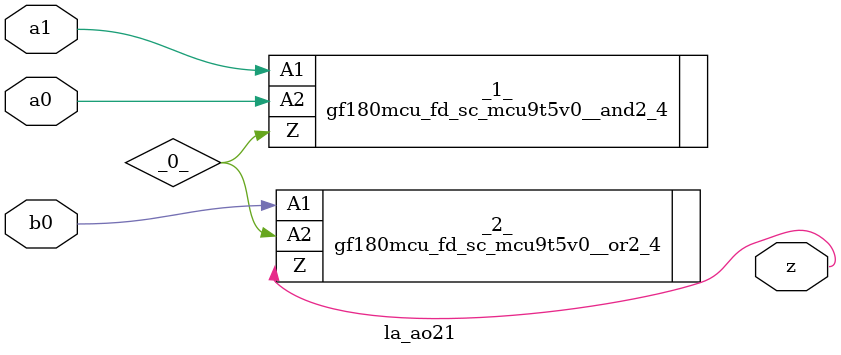
<source format=v>

/* Generated by Yosys 0.44 (git sha1 80ba43d26, g++ 11.4.0-1ubuntu1~22.04 -fPIC -O3) */

(* top =  1  *)
(* src = "generated" *)
module la_ao21 (
    a0,
    a1,
    b0,
    z
);
  wire _0_;
  (* src = "generated" *)
  input a0;
  wire a0;
  (* src = "generated" *)
  input a1;
  wire a1;
  (* src = "generated" *)
  input b0;
  wire b0;
  (* src = "generated" *)
  output z;
  wire z;
  gf180mcu_fd_sc_mcu9t5v0__and2_4 _1_ (
      .A1(a1),
      .A2(a0),
      .Z (_0_)
  );
  gf180mcu_fd_sc_mcu9t5v0__or2_4 _2_ (
      .A1(b0),
      .A2(_0_),
      .Z (z)
  );
endmodule

</source>
